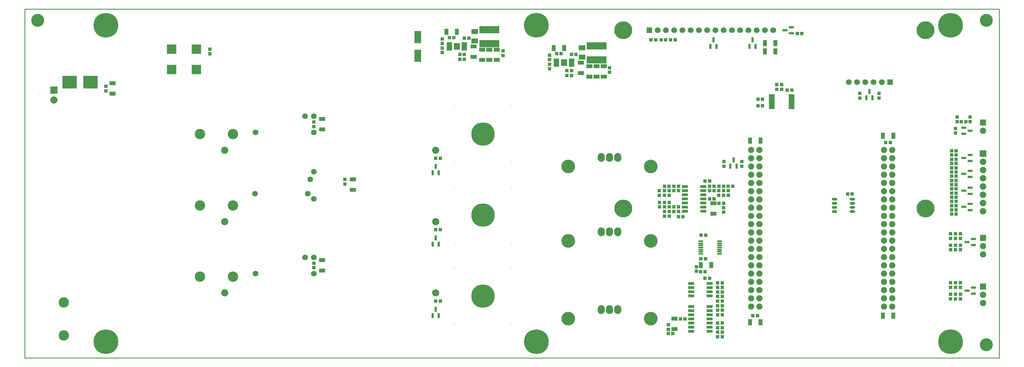
<source format=gts>
G04 Layer_Color=8388736*
%FSLAX43Y43*%
%MOMM*%
G71*
G01*
G75*
%ADD35C,0.254*%
%ADD78R,2.903X2.903*%
%ADD79O,1.550X0.500*%
%ADD80R,6.203X2.203*%
%ADD81R,1.553X0.803*%
%ADD82O,1.653X0.853*%
%ADD83R,2.003X1.543*%
%ADD84R,1.103X1.003*%
G04:AMPARAMS|DCode=85|XSize=0.653mm|YSize=1.803mm|CornerRadius=0.151mm|HoleSize=0mm|Usage=FLASHONLY|Rotation=90.000|XOffset=0mm|YOffset=0mm|HoleType=Round|Shape=RoundedRectangle|*
%AMROUNDEDRECTD85*
21,1,0.653,1.501,0,0,90.0*
21,1,0.351,1.803,0,0,90.0*
1,1,0.302,0.750,0.175*
1,1,0.302,0.750,-0.175*
1,1,0.302,-0.750,-0.175*
1,1,0.302,-0.750,0.175*
%
%ADD85ROUNDEDRECTD85*%
%ADD86R,4.443X4.013*%
%ADD87R,1.003X1.103*%
%ADD88R,2.003X3.753*%
%ADD89C,4.000*%
G04:AMPARAMS|DCode=90|XSize=0.853mm|YSize=1.853mm|CornerRadius=0.15mm|HoleSize=0mm|Usage=FLASHONLY|Rotation=270.000|XOffset=0mm|YOffset=0mm|HoleType=Round|Shape=RoundedRectangle|*
%AMROUNDEDRECTD90*
21,1,0.853,1.552,0,0,270.0*
21,1,0.552,1.853,0,0,270.0*
1,1,0.301,-0.776,-0.276*
1,1,0.301,-0.776,0.276*
1,1,0.301,0.776,0.276*
1,1,0.301,0.776,-0.276*
%
%ADD90ROUNDEDRECTD90*%
%ADD91R,1.903X1.203*%
%ADD92R,1.203X1.903*%
G04:AMPARAMS|DCode=93|XSize=0.503mm|YSize=1.753mm|CornerRadius=0.151mm|HoleSize=0mm|Usage=FLASHONLY|Rotation=90.000|XOffset=0mm|YOffset=0mm|HoleType=Round|Shape=RoundedRectangle|*
%AMROUNDEDRECTD93*
21,1,0.503,1.451,0,0,90.0*
21,1,0.201,1.753,0,0,90.0*
1,1,0.302,0.726,0.101*
1,1,0.302,0.726,-0.101*
1,1,0.302,-0.726,-0.101*
1,1,0.302,-0.726,0.101*
%
%ADD93ROUNDEDRECTD93*%
G04:AMPARAMS|DCode=94|XSize=1.933mm|YSize=2.103mm|CornerRadius=0.153mm|HoleSize=0mm|Usage=FLASHONLY|Rotation=0.000|XOffset=0mm|YOffset=0mm|HoleType=Round|Shape=RoundedRectangle|*
%AMROUNDEDRECTD94*
21,1,1.933,1.796,0,0,0.0*
21,1,1.626,2.103,0,0,0.0*
1,1,0.307,0.813,-0.898*
1,1,0.307,-0.813,-0.898*
1,1,0.307,-0.813,0.898*
1,1,0.307,0.813,0.898*
%
%ADD94ROUNDEDRECTD94*%
%ADD95R,0.803X1.553*%
%ADD96O,2.203X2.703*%
%ADD97C,7.203*%
%ADD98C,0.203*%
%ADD99C,1.727*%
%ADD100C,2.203*%
%ADD101C,3.203*%
%ADD102C,1.803*%
%ADD103R,1.803X1.803*%
%ADD104C,7.603*%
%ADD105C,5.503*%
%ADD106C,1.903*%
%ADD107R,1.953X1.953*%
%ADD108C,1.953*%
%ADD109C,4.203*%
%ADD110R,2.203X2.203*%
%ADD111R,0.203X0.203*%
%ADD112R,2.003X2.003*%
%ADD113C,2.003*%
%ADD114C,0.803*%
D35*
X0Y0D02*
Y107500D01*
X300000D01*
Y0D02*
Y107500D01*
X0Y0D02*
X300000D01*
D78*
X45190Y88890D02*
D03*
X52810D02*
D03*
Y95110D02*
D03*
X45190D02*
D03*
D79*
X213875Y32050D02*
D03*
Y32700D02*
D03*
Y33350D02*
D03*
Y34000D02*
D03*
Y34650D02*
D03*
Y35300D02*
D03*
Y35950D02*
D03*
X208125Y32050D02*
D03*
Y32700D02*
D03*
Y33350D02*
D03*
Y34000D02*
D03*
Y34650D02*
D03*
Y35300D02*
D03*
Y35950D02*
D03*
D80*
X143000Y96850D02*
D03*
Y101150D02*
D03*
X176000Y91850D02*
D03*
Y96150D02*
D03*
D81*
X235975Y100050D02*
D03*
Y101950D02*
D03*
X234025Y101000D02*
D03*
X290975Y70000D02*
D03*
X289025Y69050D02*
D03*
Y70950D02*
D03*
X290025Y35700D02*
D03*
X291975Y36650D02*
D03*
Y34750D02*
D03*
X290975Y45550D02*
D03*
Y47450D02*
D03*
X289025Y46500D02*
D03*
X290975Y50550D02*
D03*
Y52450D02*
D03*
X289025Y51500D02*
D03*
X290975Y55750D02*
D03*
Y57650D02*
D03*
X289025Y56700D02*
D03*
X290975Y60650D02*
D03*
Y62550D02*
D03*
X289025Y61600D02*
D03*
X291975Y19750D02*
D03*
Y21650D02*
D03*
X290025Y20700D02*
D03*
D82*
X254725Y45095D02*
D03*
Y46365D02*
D03*
Y47635D02*
D03*
Y48905D02*
D03*
X249275Y45095D02*
D03*
Y46365D02*
D03*
Y47635D02*
D03*
Y48905D02*
D03*
D83*
X138500Y100530D02*
D03*
Y97670D02*
D03*
X171500Y95530D02*
D03*
Y92670D02*
D03*
D84*
X233000Y84200D02*
D03*
Y82800D02*
D03*
X288000Y19600D02*
D03*
Y18200D02*
D03*
X286500Y69300D02*
D03*
Y70700D02*
D03*
X285000Y33300D02*
D03*
Y34700D02*
D03*
Y36800D02*
D03*
Y38200D02*
D03*
X286500Y34700D02*
D03*
Y33300D02*
D03*
Y36800D02*
D03*
Y38200D02*
D03*
X287000Y74200D02*
D03*
Y72800D02*
D03*
X291000Y74200D02*
D03*
Y72800D02*
D03*
X198100Y8800D02*
D03*
Y10200D02*
D03*
X198400Y45100D02*
D03*
Y43700D02*
D03*
Y47900D02*
D03*
Y46500D02*
D03*
X89000Y27800D02*
D03*
Y29200D02*
D03*
X198400Y50100D02*
D03*
Y51500D02*
D03*
X98500Y55000D02*
D03*
Y53600D02*
D03*
X213600Y50100D02*
D03*
Y51500D02*
D03*
X89000Y71300D02*
D03*
Y72700D02*
D03*
X215100Y46300D02*
D03*
Y44900D02*
D03*
X215230Y59070D02*
D03*
Y60470D02*
D03*
X220730Y59070D02*
D03*
Y60470D02*
D03*
X25000Y83700D02*
D03*
Y82300D02*
D03*
X57000Y95100D02*
D03*
Y93700D02*
D03*
X180000Y89400D02*
D03*
Y88000D02*
D03*
X161500Y90500D02*
D03*
Y89100D02*
D03*
X147200Y93200D02*
D03*
Y94600D02*
D03*
X128500Y94100D02*
D03*
Y95500D02*
D03*
X206700Y26700D02*
D03*
Y28100D02*
D03*
X196900Y45100D02*
D03*
Y43700D02*
D03*
Y47900D02*
D03*
Y46500D02*
D03*
X195300Y51500D02*
D03*
Y50100D02*
D03*
X196900D02*
D03*
Y51500D02*
D03*
X215100Y50100D02*
D03*
Y51500D02*
D03*
X161500Y91900D02*
D03*
Y93300D02*
D03*
X128500Y96900D02*
D03*
Y98300D02*
D03*
X263000Y80100D02*
D03*
Y81500D02*
D03*
X257000Y80100D02*
D03*
Y81500D02*
D03*
X195400Y46500D02*
D03*
Y47900D02*
D03*
X216600Y51500D02*
D03*
Y50100D02*
D03*
X288000Y36800D02*
D03*
Y38200D02*
D03*
Y34700D02*
D03*
Y33300D02*
D03*
Y21740D02*
D03*
Y23140D02*
D03*
X286500D02*
D03*
Y21740D02*
D03*
Y18200D02*
D03*
Y19600D02*
D03*
X285000Y23140D02*
D03*
Y21740D02*
D03*
Y19600D02*
D03*
Y18200D02*
D03*
X231500Y84200D02*
D03*
Y82800D02*
D03*
D85*
X229950Y80950D02*
D03*
Y80300D02*
D03*
Y79650D02*
D03*
Y79000D02*
D03*
Y78350D02*
D03*
Y77700D02*
D03*
Y77050D02*
D03*
X236050Y80950D02*
D03*
Y80300D02*
D03*
Y79650D02*
D03*
Y79000D02*
D03*
Y78350D02*
D03*
Y77700D02*
D03*
Y77050D02*
D03*
D86*
X20185Y85000D02*
D03*
X13815D02*
D03*
D87*
X215100Y47600D02*
D03*
X213700D02*
D03*
X288300Y72800D02*
D03*
X289700D02*
D03*
X285300Y44300D02*
D03*
X286700D02*
D03*
X285300Y48200D02*
D03*
X286700D02*
D03*
X285300Y49500D02*
D03*
X286700D02*
D03*
X285300Y53400D02*
D03*
X286700D02*
D03*
X285300Y54700D02*
D03*
X286700D02*
D03*
X285300Y58600D02*
D03*
X286700D02*
D03*
X285300Y59900D02*
D03*
X286700D02*
D03*
X285300Y63800D02*
D03*
X286700D02*
D03*
Y62500D02*
D03*
X285300D02*
D03*
X286700Y61200D02*
D03*
X285300D02*
D03*
X286700Y57300D02*
D03*
X285300D02*
D03*
X286700Y56000D02*
D03*
X285300D02*
D03*
X214700Y16100D02*
D03*
X213300D02*
D03*
Y13300D02*
D03*
X214700D02*
D03*
X214700Y21700D02*
D03*
X213300D02*
D03*
Y18900D02*
D03*
X214700D02*
D03*
X214700Y7900D02*
D03*
X213300D02*
D03*
Y10700D02*
D03*
X214700D02*
D03*
X203200Y12000D02*
D03*
X201800D02*
D03*
X208200Y37800D02*
D03*
X209600D02*
D03*
X196900Y52900D02*
D03*
X198300D02*
D03*
X215100D02*
D03*
X213700D02*
D03*
X208000Y26600D02*
D03*
X209400D02*
D03*
X208100Y30500D02*
D03*
X209500D02*
D03*
X210800Y49000D02*
D03*
X212200D02*
D03*
X225530Y12970D02*
D03*
X224130D02*
D03*
X265030Y66370D02*
D03*
X266430D02*
D03*
X254700Y50500D02*
D03*
X253300D02*
D03*
X168300Y93500D02*
D03*
X169700D02*
D03*
X163700Y93800D02*
D03*
X165100D02*
D03*
X135300Y98500D02*
D03*
X136700D02*
D03*
X132100Y98700D02*
D03*
X130700D02*
D03*
X192800Y98000D02*
D03*
X194200D02*
D03*
X236100Y82500D02*
D03*
X234700D02*
D03*
X198100Y7500D02*
D03*
X199500D02*
D03*
X214700Y17500D02*
D03*
X213300D02*
D03*
Y14700D02*
D03*
X214700D02*
D03*
X214700Y23100D02*
D03*
X213300D02*
D03*
Y20300D02*
D03*
X214700D02*
D03*
X214700Y6500D02*
D03*
X213300D02*
D03*
X213300Y9300D02*
D03*
X214700D02*
D03*
X199800Y45100D02*
D03*
X201200D02*
D03*
Y46500D02*
D03*
X199800D02*
D03*
X126500Y17500D02*
D03*
X127900D02*
D03*
X199800Y52900D02*
D03*
X201200D02*
D03*
Y51500D02*
D03*
X199800D02*
D03*
X126500Y39500D02*
D03*
X127900D02*
D03*
X216500Y52900D02*
D03*
X217900D02*
D03*
X212200D02*
D03*
X210800D02*
D03*
Y51500D02*
D03*
X212200D02*
D03*
X126500Y61500D02*
D03*
X127900D02*
D03*
X166900Y87000D02*
D03*
X168300D02*
D03*
Y88500D02*
D03*
X166900D02*
D03*
X133900Y92000D02*
D03*
X135300D02*
D03*
Y93500D02*
D03*
X133900D02*
D03*
X285300Y45600D02*
D03*
X286700D02*
D03*
X285300Y46900D02*
D03*
X286700D02*
D03*
X285300Y50800D02*
D03*
X286700D02*
D03*
X285300Y52100D02*
D03*
X286700D02*
D03*
X195900Y98000D02*
D03*
X197300D02*
D03*
X200200D02*
D03*
X198800D02*
D03*
X210800Y24500D02*
D03*
X209400D02*
D03*
X202600Y43500D02*
D03*
X201200D02*
D03*
X209400Y54500D02*
D03*
X210800D02*
D03*
X237800Y100000D02*
D03*
X239200D02*
D03*
X225700Y79700D02*
D03*
X227100D02*
D03*
X225700Y77700D02*
D03*
X227100D02*
D03*
D88*
X121000Y93125D02*
D03*
Y98875D02*
D03*
D89*
X296000Y4000D02*
D03*
X4000Y104000D02*
D03*
X296000D02*
D03*
D90*
X203175Y52810D02*
D03*
Y51540D02*
D03*
Y50270D02*
D03*
Y49000D02*
D03*
Y47730D02*
D03*
Y46460D02*
D03*
Y45190D02*
D03*
X208825Y52810D02*
D03*
Y51540D02*
D03*
Y50270D02*
D03*
Y49000D02*
D03*
Y47730D02*
D03*
Y46460D02*
D03*
Y45190D02*
D03*
X210825Y19095D02*
D03*
Y20365D02*
D03*
Y21635D02*
D03*
Y22905D02*
D03*
X205175Y19095D02*
D03*
Y20365D02*
D03*
Y21635D02*
D03*
Y22905D02*
D03*
X210825Y8190D02*
D03*
Y9460D02*
D03*
Y10730D02*
D03*
Y12000D02*
D03*
Y13270D02*
D03*
Y14540D02*
D03*
Y15810D02*
D03*
X205175Y8190D02*
D03*
Y9460D02*
D03*
Y10730D02*
D03*
Y12000D02*
D03*
Y13270D02*
D03*
Y14540D02*
D03*
Y15810D02*
D03*
D91*
X145300Y91800D02*
D03*
Y95000D02*
D03*
X200000Y12100D02*
D03*
Y8900D02*
D03*
X91500Y30100D02*
D03*
Y26900D02*
D03*
X101000Y51800D02*
D03*
Y55000D02*
D03*
X91500Y73600D02*
D03*
Y70400D02*
D03*
X212000Y44400D02*
D03*
Y47600D02*
D03*
X27000Y81400D02*
D03*
Y84600D02*
D03*
X173800Y86700D02*
D03*
Y89900D02*
D03*
X176000Y86700D02*
D03*
Y89900D02*
D03*
X178200Y86700D02*
D03*
Y89900D02*
D03*
X140800Y91800D02*
D03*
Y95000D02*
D03*
X143000Y91800D02*
D03*
Y95000D02*
D03*
X171200Y87800D02*
D03*
Y91000D02*
D03*
X138200Y92800D02*
D03*
Y96000D02*
D03*
D92*
X227800Y97000D02*
D03*
X231000D02*
D03*
X211300Y28600D02*
D03*
X208100D02*
D03*
X223230Y10970D02*
D03*
X226430D02*
D03*
X267330Y68470D02*
D03*
X264130D02*
D03*
Y12970D02*
D03*
X267330D02*
D03*
X226430Y66970D02*
D03*
X223230D02*
D03*
X166000Y95500D02*
D03*
X162800D02*
D03*
X133000Y100500D02*
D03*
X129800D02*
D03*
X227800Y94500D02*
D03*
X231000D02*
D03*
D93*
X135325Y97000D02*
D03*
X130675D02*
D03*
Y96500D02*
D03*
Y96000D02*
D03*
Y95500D02*
D03*
Y95000D02*
D03*
X135325Y96500D02*
D03*
Y96000D02*
D03*
Y95500D02*
D03*
Y95000D02*
D03*
X168325Y90000D02*
D03*
Y90500D02*
D03*
Y91000D02*
D03*
Y91500D02*
D03*
X163675Y90000D02*
D03*
Y90500D02*
D03*
Y91000D02*
D03*
Y91500D02*
D03*
Y92000D02*
D03*
X168325D02*
D03*
D94*
X133000Y96000D02*
D03*
X166000Y91000D02*
D03*
D95*
X259050Y80125D02*
D03*
X260950D02*
D03*
X260000Y82075D02*
D03*
X211050Y96025D02*
D03*
X212950D02*
D03*
X212000Y97975D02*
D03*
X223050Y96025D02*
D03*
X224950D02*
D03*
X224000Y97975D02*
D03*
X217180Y59095D02*
D03*
X219080D02*
D03*
X218130Y61045D02*
D03*
X125550Y13025D02*
D03*
X127450D02*
D03*
X126500Y14975D02*
D03*
X125550Y35025D02*
D03*
X127450D02*
D03*
X126500Y36975D02*
D03*
X125550Y57025D02*
D03*
X127450D02*
D03*
X126500Y58975D02*
D03*
D96*
X182550Y61800D02*
D03*
X180000D02*
D03*
X177450D02*
D03*
X182550Y14900D02*
D03*
X180000D02*
D03*
X177450D02*
D03*
X182550Y38800D02*
D03*
X180000D02*
D03*
X177450D02*
D03*
D97*
X141000Y44000D02*
D03*
Y69000D02*
D03*
Y19000D02*
D03*
D98*
X132350Y35350D02*
D03*
X149650Y52650D02*
D03*
Y35350D02*
D03*
X132350Y52650D02*
D03*
Y77650D02*
D03*
X149650Y60350D02*
D03*
Y77650D02*
D03*
X132350Y60350D02*
D03*
Y27650D02*
D03*
X149650Y10350D02*
D03*
Y27650D02*
D03*
X132350Y10350D02*
D03*
D99*
X86250Y74500D02*
D03*
X89000Y69500D02*
D03*
Y74500D02*
D03*
X71000Y69500D02*
D03*
X70890Y50570D02*
D03*
X89000Y57380D02*
D03*
X87120Y50570D02*
D03*
X87880Y54970D02*
D03*
X89000Y49000D02*
D03*
X71000Y26000D02*
D03*
X89000Y31000D02*
D03*
Y26000D02*
D03*
X86250Y31000D02*
D03*
D100*
X126500Y64000D02*
D03*
X61500D02*
D03*
X9000Y79500D02*
D03*
X126500Y20000D02*
D03*
X61500D02*
D03*
X126500Y42000D02*
D03*
X61500D02*
D03*
D101*
X64080Y69000D02*
D03*
X53920D02*
D03*
X12000Y17080D02*
D03*
Y6920D02*
D03*
X64080Y25000D02*
D03*
X53920D02*
D03*
X64080Y47000D02*
D03*
X53920D02*
D03*
D102*
X256190Y85000D02*
D03*
X261270D02*
D03*
X263810D02*
D03*
X258730D02*
D03*
X253650D02*
D03*
X230350Y101000D02*
D03*
X225270D02*
D03*
X220190D02*
D03*
X217650D02*
D03*
X212570D02*
D03*
X207490D02*
D03*
X202410D02*
D03*
X197330D02*
D03*
X194790D02*
D03*
X199870D02*
D03*
X204950D02*
D03*
X210030D02*
D03*
X215110D02*
D03*
X222730D02*
D03*
X227810D02*
D03*
D103*
X266350Y85000D02*
D03*
X192250Y101000D02*
D03*
D104*
X25000Y102500D02*
D03*
Y5000D02*
D03*
X157500Y5000D02*
D03*
X285000Y5000D02*
D03*
Y102500D02*
D03*
X157500D02*
D03*
D105*
X184250Y101000D02*
D03*
Y46000D02*
D03*
X277270D02*
D03*
X277250Y101000D02*
D03*
D106*
X264460Y64100D02*
D03*
Y61560D02*
D03*
Y59020D02*
D03*
Y56480D02*
D03*
Y53940D02*
D03*
Y51400D02*
D03*
Y48860D02*
D03*
Y46320D02*
D03*
Y43780D02*
D03*
Y41240D02*
D03*
Y38700D02*
D03*
Y36160D02*
D03*
Y33620D02*
D03*
Y31080D02*
D03*
Y28540D02*
D03*
Y26000D02*
D03*
Y23460D02*
D03*
Y20920D02*
D03*
Y18380D02*
D03*
Y15840D02*
D03*
X267000Y64100D02*
D03*
Y61560D02*
D03*
Y59020D02*
D03*
Y56480D02*
D03*
Y53940D02*
D03*
Y51400D02*
D03*
Y48860D02*
D03*
Y46320D02*
D03*
Y43780D02*
D03*
Y41240D02*
D03*
Y38700D02*
D03*
Y36160D02*
D03*
Y33620D02*
D03*
Y31080D02*
D03*
Y28540D02*
D03*
Y26000D02*
D03*
Y23460D02*
D03*
Y20920D02*
D03*
Y18380D02*
D03*
Y15840D02*
D03*
X226100D02*
D03*
Y18380D02*
D03*
Y20920D02*
D03*
Y23460D02*
D03*
Y26000D02*
D03*
Y28540D02*
D03*
Y31080D02*
D03*
Y33620D02*
D03*
Y36160D02*
D03*
Y38700D02*
D03*
Y41240D02*
D03*
Y43780D02*
D03*
Y46320D02*
D03*
Y48860D02*
D03*
Y51400D02*
D03*
Y53940D02*
D03*
Y56480D02*
D03*
Y59020D02*
D03*
Y61560D02*
D03*
Y64100D02*
D03*
X223560Y15840D02*
D03*
Y18380D02*
D03*
Y20920D02*
D03*
Y23460D02*
D03*
Y26000D02*
D03*
Y28540D02*
D03*
Y31080D02*
D03*
Y33620D02*
D03*
Y36160D02*
D03*
Y38700D02*
D03*
Y41240D02*
D03*
Y43780D02*
D03*
Y46320D02*
D03*
Y48860D02*
D03*
Y51400D02*
D03*
Y53940D02*
D03*
Y56480D02*
D03*
Y59020D02*
D03*
Y61560D02*
D03*
Y64100D02*
D03*
D107*
X295000Y22000D02*
D03*
Y72500D02*
D03*
Y37000D02*
D03*
D108*
Y19460D02*
D03*
Y16920D02*
D03*
Y69960D02*
D03*
Y31920D02*
D03*
Y34460D02*
D03*
D109*
X192700Y12100D02*
D03*
X167300D02*
D03*
X192700Y59000D02*
D03*
X167300D02*
D03*
X192700Y36000D02*
D03*
X167300D02*
D03*
D110*
X9000Y82500D02*
D03*
D111*
X4680Y81000D02*
D03*
D112*
X295000Y63000D02*
D03*
D113*
Y60460D02*
D03*
Y57920D02*
D03*
Y55380D02*
D03*
Y52840D02*
D03*
Y50300D02*
D03*
Y47760D02*
D03*
Y45220D02*
D03*
D114*
X133500Y95500D02*
D03*
X132500D02*
D03*
X133500Y96500D02*
D03*
X132500D02*
D03*
X165500Y91500D02*
D03*
X166500D02*
D03*
X165500Y90500D02*
D03*
X166500D02*
D03*
M02*

</source>
